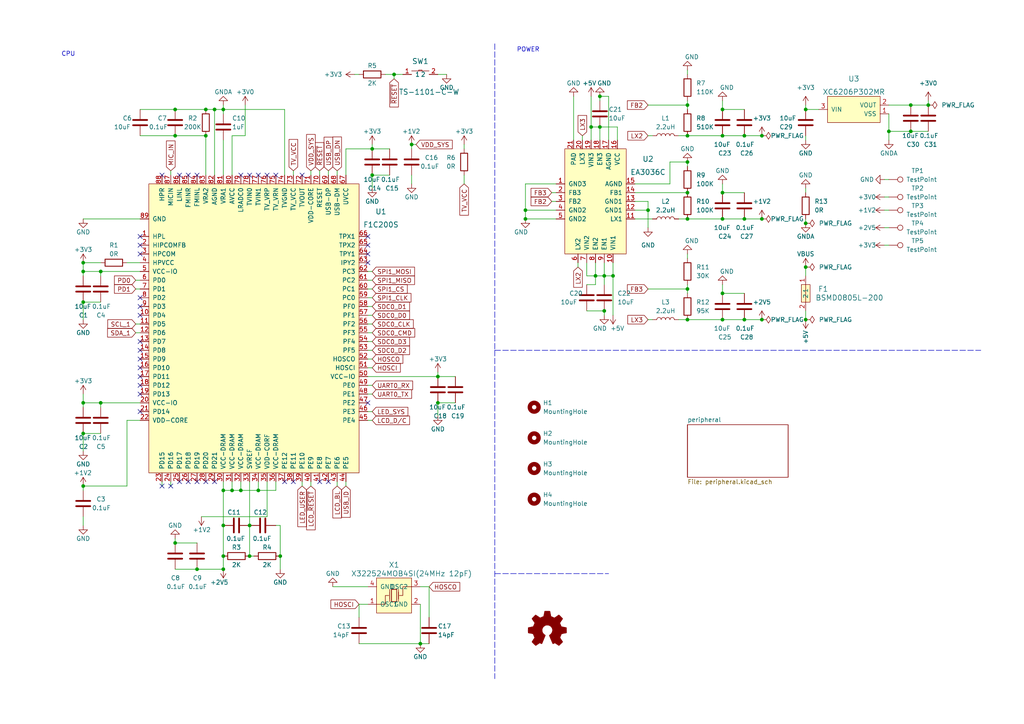
<source format=kicad_sch>
(kicad_sch (version 20211123) (generator eeschema)
  (paper "A4")
  (junction (at 233.68 77.47))
  (junction (at 152.4 63.5))
  (junction (at 199.39 55.88))
  (junction (at 233.68 92.71))
  (junction (at 187.96 60.96))
  (junction (at 24.13 140.97))
  (junction (at 24.13 125.73))
  (junction (at 24.13 87.63))
  (junction (at 127 116.84))
  (junction (at 64.77 31.75))
  (junction (at 209.55 39.37))
  (junction (at 69.85 142.24))
  (junction (at 64.77 165.1))
  (junction (at 175.26 90.17))
  (junction (at 57.15 165.1))
  (junction (at 72.39 152.4))
  (junction (at 29.21 116.84))
  (junction (at 215.9 92.71))
  (junction (at 215.9 39.37))
  (junction (at 215.9 63.5))
  (junction (at 64.77 161.29))
  (junction (at 173.99 27.94))
  (junction (at 50.8 157.48))
  (junction (at 107.95 50.8))
  (junction (at 24.13 116.84))
  (junction (at 121.92 186.69))
  (junction (at 171.45 36.83))
  (junction (at 114.3 21.59))
  (junction (at 209.55 85.09))
  (junction (at 74.93 142.24))
  (junction (at 209.55 55.88))
  (junction (at 233.68 31.75))
  (junction (at 220.98 92.71))
  (junction (at 264.16 38.1))
  (junction (at 199.39 30.48))
  (junction (at 50.8 39.37))
  (junction (at 173.99 36.83))
  (junction (at 172.72 80.01))
  (junction (at 209.55 63.5))
  (junction (at 64.77 142.24))
  (junction (at 269.24 30.48))
  (junction (at 62.23 31.75))
  (junction (at 152.4 60.96))
  (junction (at 209.55 92.71))
  (junction (at 257.81 38.1))
  (junction (at 72.39 161.29))
  (junction (at 81.28 161.29))
  (junction (at 107.95 43.18))
  (junction (at 209.55 31.75))
  (junction (at 127 109.22))
  (junction (at 199.39 92.71))
  (junction (at 264.16 30.48))
  (junction (at 199.39 83.82))
  (junction (at 67.31 142.24))
  (junction (at 199.39 39.37))
  (junction (at 220.98 39.37))
  (junction (at 24.13 78.74))
  (junction (at 24.13 76.2))
  (junction (at 220.98 63.5))
  (junction (at 175.26 80.01))
  (junction (at 50.8 31.75))
  (junction (at 177.8 80.01))
  (junction (at 64.77 152.4))
  (junction (at 59.69 39.37))
  (junction (at 199.39 63.5))
  (junction (at 59.69 31.75))
  (junction (at 233.68 64.77))
  (junction (at 119.38 41.91))
  (junction (at 199.39 46.99))
  (junction (at 29.21 78.74))
  (no_connect (at 46.99 50.8))
  (no_connect (at 40.64 68.58))
  (no_connect (at 52.07 50.8))
  (no_connect (at 54.61 50.8))
  (no_connect (at 57.15 50.8))
  (no_connect (at 40.64 71.12))
  (no_connect (at 40.64 73.66))
  (no_connect (at 80.01 50.8))
  (no_connect (at 72.39 50.8))
  (no_connect (at 74.93 50.8))
  (no_connect (at 77.47 50.8))
  (no_connect (at 69.85 50.8))
  (no_connect (at 106.68 116.84))
  (no_connect (at 49.53 140.97))
  (no_connect (at 46.99 140.97))
  (no_connect (at 57.15 139.7))
  (no_connect (at 54.61 139.7))
  (no_connect (at 52.07 139.7))
  (no_connect (at 62.23 139.7))
  (no_connect (at 59.69 139.7))
  (no_connect (at 106.68 76.2))
  (no_connect (at 106.68 73.66))
  (no_connect (at 106.68 71.12))
  (no_connect (at 106.68 68.58))
  (no_connect (at 40.64 99.06))
  (no_connect (at 40.64 86.36))
  (no_connect (at 40.64 88.9))
  (no_connect (at 40.64 91.44))
  (no_connect (at 40.64 114.3))
  (no_connect (at 40.64 119.38))
  (no_connect (at 40.64 101.6))
  (no_connect (at 40.64 104.14))
  (no_connect (at 40.64 106.68))
  (no_connect (at 40.64 109.22))
  (no_connect (at 40.64 111.76))
  (no_connect (at 85.09 139.7))
  (no_connect (at 82.55 139.7))
  (no_connect (at 87.63 50.8))
  (no_connect (at 92.71 139.7))
  (no_connect (at 95.25 139.7))
  (wire (pts (xy 199.39 30.48) (xy 199.39 31.75)))
  (wire (pts (xy 29.21 116.84) (xy 24.13 116.84)))
  (wire (pts (xy 171.45 27.94) (xy 171.45 36.83)))
  (wire (pts (xy 49.53 49.53) (xy 49.53 50.8)))
  (wire (pts (xy 166.37 27.94) (xy 166.37 40.64)))
  (wire (pts (xy 176.53 40.64) (xy 176.53 27.94)))
  (wire (pts (xy 199.39 46.99) (xy 199.39 48.26)))
  (wire (pts (xy 199.39 92.71) (xy 209.55 92.71)))
  (wire (pts (xy 134.62 41.91) (xy 134.62 43.18)))
  (wire (pts (xy 152.4 63.5) (xy 161.29 63.5)))
  (wire (pts (xy 62.23 31.75) (xy 64.77 31.75)))
  (wire (pts (xy 24.13 125.73) (xy 24.13 130.81)))
  (wire (pts (xy 167.64 76.2) (xy 167.64 77.47)))
  (wire (pts (xy 257.81 30.48) (xy 264.16 30.48)))
  (wire (pts (xy 69.85 142.24) (xy 67.31 142.24)))
  (wire (pts (xy 194.31 46.99) (xy 199.39 46.99)))
  (wire (pts (xy 114.3 21.59) (xy 116.84 21.59)))
  (wire (pts (xy 107.95 41.91) (xy 107.95 43.18)))
  (wire (pts (xy 100.33 139.7) (xy 100.33 140.97)))
  (wire (pts (xy 36.83 76.2) (xy 40.64 76.2)))
  (wire (pts (xy 106.68 83.82) (xy 107.95 83.82)))
  (wire (pts (xy 87.63 139.7) (xy 87.63 140.97)))
  (wire (pts (xy 209.55 55.88) (xy 215.9 55.88)))
  (wire (pts (xy 95.25 49.53) (xy 95.25 50.8)))
  (wire (pts (xy 39.37 83.82) (xy 40.64 83.82)))
  (wire (pts (xy 161.29 53.34) (xy 152.4 53.34)))
  (wire (pts (xy 119.38 50.8) (xy 119.38 53.34)))
  (wire (pts (xy 132.08 109.22) (xy 127 109.22)))
  (wire (pts (xy 233.68 30.48) (xy 233.68 31.75)))
  (wire (pts (xy 104.14 186.69) (xy 121.92 186.69)))
  (wire (pts (xy 64.77 142.24) (xy 64.77 152.4)))
  (wire (pts (xy 113.03 43.18) (xy 107.95 43.18)))
  (wire (pts (xy 106.68 119.38) (xy 107.95 119.38)))
  (wire (pts (xy 111.76 21.59) (xy 114.3 21.59)))
  (wire (pts (xy 59.69 39.37) (xy 59.69 50.8)))
  (wire (pts (xy 256.54 66.04) (xy 257.81 66.04)))
  (wire (pts (xy 40.64 121.92) (xy 36.83 121.92)))
  (wire (pts (xy 97.79 49.53) (xy 97.79 50.8)))
  (wire (pts (xy 209.55 85.09) (xy 215.9 85.09)))
  (wire (pts (xy 80.01 142.24) (xy 74.93 142.24)))
  (wire (pts (xy 82.55 31.75) (xy 82.55 50.8)))
  (wire (pts (xy 104.14 175.26) (xy 106.68 175.26)))
  (wire (pts (xy 81.28 152.4) (xy 81.28 161.29)))
  (wire (pts (xy 264.16 30.48) (xy 269.24 30.48)))
  (wire (pts (xy 24.13 116.84) (xy 24.13 114.3)))
  (wire (pts (xy 96.52 170.18) (xy 106.68 170.18)))
  (wire (pts (xy 256.54 60.96) (xy 257.81 60.96)))
  (wire (pts (xy 161.29 60.96) (xy 152.4 60.96)))
  (wire (pts (xy 269.24 29.21) (xy 269.24 30.48)))
  (wire (pts (xy 40.64 78.74) (xy 29.21 78.74)))
  (wire (pts (xy 176.53 27.94) (xy 173.99 27.94)))
  (wire (pts (xy 173.99 36.83) (xy 171.45 36.83)))
  (wire (pts (xy 46.99 139.7) (xy 46.99 140.97)))
  (wire (pts (xy 187.96 60.96) (xy 187.96 66.04)))
  (wire (pts (xy 50.8 156.21) (xy 50.8 157.48)))
  (wire (pts (xy 106.68 104.14) (xy 107.95 104.14)))
  (wire (pts (xy 67.31 39.37) (xy 67.31 50.8)))
  (wire (pts (xy 24.13 116.84) (xy 24.13 118.11)))
  (wire (pts (xy 170.18 76.2) (xy 170.18 80.01)))
  (wire (pts (xy 209.55 53.34) (xy 209.55 55.88)))
  (wire (pts (xy 121.92 186.69) (xy 124.46 186.69)))
  (wire (pts (xy 100.33 43.18) (xy 107.95 43.18)))
  (wire (pts (xy 64.77 152.4) (xy 64.77 161.29)))
  (wire (pts (xy 152.4 60.96) (xy 152.4 63.5)))
  (wire (pts (xy 24.13 78.74) (xy 24.13 76.2)))
  (wire (pts (xy 74.93 142.24) (xy 69.85 142.24)))
  (wire (pts (xy 160.02 58.42) (xy 161.29 58.42)))
  (wire (pts (xy 67.31 139.7) (xy 67.31 142.24)))
  (wire (pts (xy 175.26 80.01) (xy 177.8 80.01)))
  (wire (pts (xy 257.81 38.1) (xy 257.81 40.64)))
  (wire (pts (xy 194.31 53.34) (xy 194.31 46.99)))
  (wire (pts (xy 187.96 83.82) (xy 199.39 83.82)))
  (wire (pts (xy 175.26 91.44) (xy 175.26 90.17)))
  (wire (pts (xy 172.72 82.55) (xy 172.72 80.01)))
  (wire (pts (xy 172.72 76.2) (xy 172.72 80.01)))
  (wire (pts (xy 106.68 106.68) (xy 107.95 106.68)))
  (wire (pts (xy 24.13 125.73) (xy 29.21 125.73)))
  (wire (pts (xy 127 116.84) (xy 127 120.65)))
  (wire (pts (xy 57.15 165.1) (xy 64.77 165.1)))
  (wire (pts (xy 160.02 55.88) (xy 161.29 55.88)))
  (polyline (pts (xy 143.51 101.6) (xy 143.51 196.85)))
  (wire (pts (xy 233.68 90.17) (xy 233.68 92.71)))
  (wire (pts (xy 50.8 31.75) (xy 59.69 31.75)))
  (wire (pts (xy 172.72 80.01) (xy 175.26 80.01)))
  (wire (pts (xy 107.95 50.8) (xy 113.03 50.8)))
  (wire (pts (xy 85.09 49.53) (xy 85.09 50.8)))
  (wire (pts (xy 215.9 63.5) (xy 220.98 63.5)))
  (wire (pts (xy 124.46 170.18) (xy 124.46 179.07)))
  (wire (pts (xy 209.55 92.71) (xy 215.9 92.71)))
  (wire (pts (xy 209.55 31.75) (xy 215.9 31.75)))
  (wire (pts (xy 256.54 71.12) (xy 257.81 71.12)))
  (wire (pts (xy 50.8 157.48) (xy 57.15 157.48)))
  (wire (pts (xy 24.13 87.63) (xy 29.21 87.63)))
  (wire (pts (xy 39.37 81.28) (xy 40.64 81.28)))
  (wire (pts (xy 199.39 63.5) (xy 209.55 63.5)))
  (wire (pts (xy 69.85 139.7) (xy 69.85 142.24)))
  (wire (pts (xy 119.38 41.91) (xy 120.65 41.91)))
  (wire (pts (xy 80.01 152.4) (xy 81.28 152.4)))
  (wire (pts (xy 187.96 58.42) (xy 187.96 60.96)))
  (wire (pts (xy 175.26 82.55) (xy 175.26 80.01)))
  (wire (pts (xy 29.21 78.74) (xy 29.21 80.01)))
  (wire (pts (xy 196.85 92.71) (xy 199.39 92.71)))
  (wire (pts (xy 106.68 99.06) (xy 107.95 99.06)))
  (wire (pts (xy 50.8 39.37) (xy 59.69 39.37)))
  (wire (pts (xy 179.07 40.64) (xy 179.07 36.83)))
  (polyline (pts (xy 143.51 12.7) (xy 143.51 101.6)))
  (polyline (pts (xy 143.51 166.37) (xy 176.53 166.37)))
  (wire (pts (xy 39.37 93.98) (xy 40.64 93.98)))
  (wire (pts (xy 209.55 29.21) (xy 209.55 31.75)))
  (wire (pts (xy 107.95 88.9) (xy 106.68 88.9)))
  (wire (pts (xy 92.71 49.53) (xy 92.71 50.8)))
  (wire (pts (xy 24.13 76.2) (xy 29.21 76.2)))
  (wire (pts (xy 104.14 175.26) (xy 104.14 179.07)))
  (wire (pts (xy 184.15 53.34) (xy 194.31 53.34)))
  (wire (pts (xy 199.39 29.21) (xy 199.39 30.48)))
  (wire (pts (xy 187.96 92.71) (xy 189.23 92.71)))
  (wire (pts (xy 256.54 52.07) (xy 257.81 52.07)))
  (wire (pts (xy 106.68 114.3) (xy 107.95 114.3)))
  (wire (pts (xy 199.39 83.82) (xy 199.39 85.09)))
  (wire (pts (xy 74.93 139.7) (xy 74.93 142.24)))
  (wire (pts (xy 106.68 81.28) (xy 107.95 81.28)))
  (wire (pts (xy 209.55 63.5) (xy 215.9 63.5)))
  (wire (pts (xy 177.8 91.44) (xy 177.8 80.01)))
  (wire (pts (xy 24.13 149.86) (xy 24.13 152.4)))
  (wire (pts (xy 24.13 78.74) (xy 24.13 80.01)))
  (wire (pts (xy 39.37 96.52) (xy 40.64 96.52)))
  (wire (pts (xy 199.39 20.32) (xy 199.39 21.59)))
  (wire (pts (xy 184.15 60.96) (xy 187.96 60.96)))
  (wire (pts (xy 36.83 140.97) (xy 24.13 140.97)))
  (wire (pts (xy 184.15 55.88) (xy 199.39 55.88)))
  (wire (pts (xy 24.13 87.63) (xy 24.13 92.71)))
  (wire (pts (xy 106.68 111.76) (xy 107.95 111.76)))
  (wire (pts (xy 209.55 82.55) (xy 209.55 85.09)))
  (wire (pts (xy 127 21.59) (xy 129.54 21.59)))
  (wire (pts (xy 106.68 86.36) (xy 107.95 86.36)))
  (wire (pts (xy 67.31 142.24) (xy 64.77 142.24)))
  (wire (pts (xy 106.68 121.92) (xy 107.95 121.92)))
  (wire (pts (xy 100.33 50.8) (xy 100.33 43.18)))
  (wire (pts (xy 215.9 39.37) (xy 220.98 39.37)))
  (wire (pts (xy 49.53 139.7) (xy 49.53 140.97)))
  (wire (pts (xy 106.68 91.44) (xy 107.95 91.44)))
  (wire (pts (xy 171.45 36.83) (xy 171.45 40.64)))
  (wire (pts (xy 264.16 38.1) (xy 269.24 38.1)))
  (wire (pts (xy 184.15 63.5) (xy 189.23 63.5)))
  (wire (pts (xy 77.47 139.7) (xy 77.47 149.86)))
  (wire (pts (xy 175.26 76.2) (xy 175.26 80.01)))
  (wire (pts (xy 199.39 39.37) (xy 209.55 39.37)))
  (wire (pts (xy 152.4 53.34) (xy 152.4 60.96)))
  (wire (pts (xy 233.68 31.75) (xy 237.49 31.75)))
  (wire (pts (xy 24.13 140.97) (xy 24.13 142.24)))
  (wire (pts (xy 173.99 40.64) (xy 173.99 36.83)))
  (wire (pts (xy 81.28 161.29) (xy 81.28 165.1)))
  (wire (pts (xy 134.62 50.8) (xy 134.62 53.34)))
  (wire (pts (xy 82.55 31.75) (xy 64.77 31.75)))
  (wire (pts (xy 170.18 90.17) (xy 175.26 90.17)))
  (wire (pts (xy 168.91 39.37) (xy 168.91 40.64)))
  (wire (pts (xy 173.99 27.94) (xy 173.99 29.21)))
  (wire (pts (xy 196.85 39.37) (xy 199.39 39.37)))
  (wire (pts (xy 29.21 116.84) (xy 40.64 116.84)))
  (wire (pts (xy 199.39 82.55) (xy 199.39 83.82)))
  (wire (pts (xy 127 107.95) (xy 127 109.22)))
  (wire (pts (xy 184.15 58.42) (xy 187.96 58.42)))
  (polyline (pts (xy 143.51 101.6) (xy 284.48 101.6)))
  (wire (pts (xy 90.17 49.53) (xy 90.17 50.8)))
  (wire (pts (xy 97.79 139.7) (xy 97.79 140.97)))
  (wire (pts (xy 233.68 39.37) (xy 233.68 40.64)))
  (wire (pts (xy 77.47 149.86) (xy 58.42 149.86)))
  (wire (pts (xy 170.18 80.01) (xy 172.72 80.01)))
  (wire (pts (xy 177.8 76.2) (xy 177.8 80.01)))
  (wire (pts (xy 233.68 63.5) (xy 233.68 64.77)))
  (wire (pts (xy 106.68 96.52) (xy 107.95 96.52)))
  (wire (pts (xy 121.92 170.18) (xy 124.46 170.18)))
  (wire (pts (xy 187.96 39.37) (xy 189.23 39.37)))
  (wire (pts (xy 40.64 39.37) (xy 50.8 39.37)))
  (wire (pts (xy 29.21 78.74) (xy 24.13 78.74)))
  (wire (pts (xy 50.8 165.1) (xy 57.15 165.1)))
  (wire (pts (xy 170.18 82.55) (xy 172.72 82.55)))
  (wire (pts (xy 179.07 36.83) (xy 173.99 36.83)))
  (wire (pts (xy 215.9 92.71) (xy 220.98 92.71)))
  (wire (pts (xy 119.38 41.91) (xy 119.38 43.18)))
  (wire (pts (xy 64.77 161.29) (xy 64.77 165.1)))
  (wire (pts (xy 64.77 30.48) (xy 64.77 31.75)))
  (wire (pts (xy 233.68 54.61) (xy 233.68 55.88)))
  (wire (pts (xy 71.12 39.37) (xy 67.31 39.37)))
  (wire (pts (xy 64.77 139.7) (xy 64.77 142.24)))
  (wire (pts (xy 106.68 93.98) (xy 107.95 93.98)))
  (wire (pts (xy 233.68 77.47) (xy 233.68 80.01)))
  (wire (pts (xy 90.17 139.7) (xy 90.17 140.97)))
  (wire (pts (xy 72.39 139.7) (xy 72.39 152.4)))
  (wire (pts (xy 256.54 57.15) (xy 257.81 57.15)))
  (wire (pts (xy 106.68 109.22) (xy 127 109.22)))
  (wire (pts (xy 106.68 101.6) (xy 107.95 101.6)))
  (wire (pts (xy 40.64 31.75) (xy 50.8 31.75)))
  (wire (pts (xy 107.95 50.8) (xy 107.95 54.61)))
  (wire (pts (xy 29.21 116.84) (xy 29.21 118.11)))
  (wire (pts (xy 121.92 175.26) (xy 121.92 186.69)))
  (wire (pts (xy 80.01 139.7) (xy 80.01 142.24)))
  (wire (pts (xy 257.81 38.1) (xy 264.16 38.1)))
  (wire (pts (xy 196.85 63.5) (xy 199.39 63.5)))
  (wire (pts (xy 72.39 161.29) (xy 73.66 161.29)))
  (wire (pts (xy 199.39 73.66) (xy 199.39 74.93)))
  (wire (pts (xy 62.23 31.75) (xy 62.23 50.8)))
  (wire (pts (xy 102.87 21.59) (xy 104.14 21.59)))
  (wire (pts (xy 24.13 63.5) (xy 40.64 63.5)))
  (wire (pts (xy 64.77 40.64) (xy 64.77 50.8)))
  (wire (pts (xy 187.96 30.48) (xy 199.39 30.48)))
  (wire (pts (xy 59.69 31.75) (xy 62.23 31.75)))
  (wire (pts (xy 64.77 31.75) (xy 64.77 33.02)))
  (wire (pts (xy 127 116.84) (xy 132.08 116.84)))
  (wire (pts (xy 72.39 152.4) (xy 72.39 161.29)))
  (wire (pts (xy 114.3 21.59) (xy 114.3 22.86)))
  (wire (pts (xy 36.83 121.92) (xy 36.83 140.97)))
  (wire (pts (xy 71.12 30.48) (xy 71.12 39.37)))
  (wire (pts (xy 106.68 78.74) (xy 107.95 78.74)))
  (wire (pts (xy 209.55 39.37) (xy 215.9 39.37)))
  (wire (pts (xy 257.81 33.02) (xy 257.81 38.1)))
  (text "POWER" (at 149.86 15.24 0) (effects (font (size 1.27 1.27)) (justify left bottom)))
  (text "CPU" (at 17.78 16.51 0) (effects (font (size 1.27 1.27)) (justify left bottom)))
  (global_label "FB3" (shape input) (at 187.96 83.82 180) (property "Intersheet References" "${INTERSHEET_REFS}" (effects hide)))
  (global_label "UART0_TX" (shape input) (at 107.95 114.3 0) (property "Intersheet References" "${INTERSHEET_REFS}" (effects hide)))
  (global_label "SDC0_D3" (shape input) (at 107.95 99.06 0) (property "Intersheet References" "${INTERSHEET_REFS}" (effects hide)))
  (global_label "LX3" (shape input) (at 168.91 39.37 90) (property "Intersheet References" "${INTERSHEET_REFS}" (effects hide)))
  (global_label "PD0" (shape input) (at 39.37 81.28 180) (property "Intersheet References" "${INTERSHEET_REFS}" (effects hide)))
  (global_label "LCD_BL" (shape input) (at 97.79 140.97 270) (property "Intersheet References" "${INTERSHEET_REFS}" (effects hide)))
  (global_label "LX2" (shape input) (at 187.96 39.37 180) (property "Intersheet References" "${INTERSHEET_REFS}" (effects hide)))
  (global_label "TV_VCC" (shape input) (at 85.09 49.53 90) (property "插入图纸页参考" "${INTERSHEET_REFS}" (effects hide)))
  (global_label "FB3" (shape input) (at 160.02 55.88 180) (property "Intersheet References" "${INTERSHEET_REFS}" (effects hide)))
  (global_label "SPI1_MOSI" (shape input) (at 107.95 78.74 0) (property "Intersheet References" "${INTERSHEET_REFS}" (effects hide)))
  (global_label "SDC0_D0" (shape input) (at 107.95 91.44 0) (property "Intersheet References" "${INTERSHEET_REFS}" (effects hide)))
  (global_label "USB_ID" (shape input) (at 100.33 140.97 270) (property "插入图纸页参考" "${INTERSHEET_REFS}" (effects hide)))
  (global_label "USB_DN" (shape input) (at 97.79 49.53 90) (property "Intersheet References" "${INTERSHEET_REFS}" (effects hide)))
  (global_label "SPI1_CS" (shape input) (at 107.95 83.82 0) (property "Intersheet References" "${INTERSHEET_REFS}" (effects hide)))
  (global_label "FB2" (shape input) (at 187.96 30.48 180) (property "Intersheet References" "${INTERSHEET_REFS}" (effects hide)))
  (global_label "SDC0_CLK" (shape input) (at 107.95 93.98 0) (property "Intersheet References" "${INTERSHEET_REFS}" (effects hide)))
  (global_label "USB_DP" (shape input) (at 95.25 49.53 90) (property "Intersheet References" "${INTERSHEET_REFS}" (effects hide)))
  (global_label "HOSCO" (shape input) (at 107.95 104.14 0) (property "Intersheet References" "${INTERSHEET_REFS}" (effects hide)))
  (global_label "SDC0_D1" (shape input) (at 107.95 88.9 0) (property "Intersheet References" "${INTERSHEET_REFS}" (effects hide)))
  (global_label "LCD_~{RESET}" (shape input) (at 90.17 140.97 270) (property "Intersheet References" "${INTERSHEET_REFS}" (effects hide)))
  (global_label "VDD_SYS" (shape input) (at 90.17 49.53 90) (property "插入图纸页参考" "${INTERSHEET_REFS}" (effects hide)))
  (global_label "SPI1_MISO" (shape input) (at 107.95 81.28 0) (property "Intersheet References" "${INTERSHEET_REFS}" (effects hide)))
  (global_label "SCL_1" (shape input) (at 39.37 93.98 180) (property "Intersheet References" "${INTERSHEET_REFS}" (effects hide)))
  (global_label "LX3" (shape input) (at 187.96 92.71 180) (property "Intersheet References" "${INTERSHEET_REFS}" (effects hide)))
  (global_label "FB2" (shape input) (at 160.02 58.42 180) (property "Intersheet References" "${INTERSHEET_REFS}" (effects hide)))
  (global_label "VDD_SYS" (shape input) (at 120.65 41.91 0) (property "Intersheet References" "${INTERSHEET_REFS}" (effects hide)))
  (global_label "UART0_RX" (shape input) (at 107.95 111.76 0) (property "Intersheet References" "${INTERSHEET_REFS}" (effects hide)))
  (global_label "SDA_1" (shape input) (at 39.37 96.52 180) (property "Intersheet References" "${INTERSHEET_REFS}" (effects hide)))
  (global_label "HOSCI" (shape input) (at 107.95 106.68 0) (property "插入图纸页参考" "${INTERSHEET_REFS}" (effects hide)))
  (global_label "SDC0_CMD" (shape input) (at 107.95 96.52 0) (property "Intersheet References" "${INTERSHEET_REFS}" (effects hide)))
  (global_label "SPI1_CLK" (shape input) (at 107.95 86.36 0) (property "Intersheet References" "${INTERSHEET_REFS}" (effects hide)))
  (global_label "LED_SYS" (shape input) (at 107.95 119.38 0) (property "插入图纸页参考" "${INTERSHEET_REFS}" (effects hide)))
  (global_label "~{RESET}" (shape input) (at 114.3 22.86 270) (property "Intersheet References" "${INTERSHEET_REFS}" (effects hide)))
  (global_label "~{RESET}" (shape input) (at 92.71 49.53 90) (property "Intersheet References" "${INTERSHEET_REFS}" (effects hide)))
  (global_label "HOSCO" (shape input) (at 124.46 170.18 0) (property "Intersheet References" "${INTERSHEET_REFS}" (effects hide)))
  (global_label "TV_VCC" (shape input) (at 134.62 53.34 270) (property "Intersheet References" "${INTERSHEET_REFS}" (effects hide)))
  (global_label "LED_USER" (shape input) (at 87.63 140.97 270) (property "Intersheet References" "${INTERSHEET_REFS}" (effects hide)))
  (global_label "LCD_D{slash}C" (shape input) (at 107.95 121.92 0) (property "Intersheet References" "${INTERSHEET_REFS}" (effects hide)))
  (global_label "HOSCI" (shape input) (at 104.14 175.26 180) (property "Intersheet References" "${INTERSHEET_REFS}" (effects hide)))
  (global_label "PD1" (shape input) (at 39.37 83.82 180) (property "Intersheet References" "${INTERSHEET_REFS}" (effects hide)))
  (global_label "MIC_IN" (shape input) (at 49.53 49.53 90) (property "Intersheet References" "${INTERSHEET_REFS}" (effects hide)))
  (global_label "SDC0_D2" (shape input) (at 107.95 101.6 0) (property "Intersheet References" "${INTERSHEET_REFS}" (effects hide)))
  (global_label "LX2" (shape input) (at 167.64 77.47 270) (property "Intersheet References" "${INTERSHEET_REFS}" (effects hide)))
  (symbol (lib_id "power:GND") (at 199.39 73.66 180) (unit 1)
    (property "Reference" "#PWR034" (effects hide))
    (property "Value" "GND" (at 200.66 69.85 0))
  )
  (symbol (lib_id "Device:L") (at 193.04 63.5 90) (unit 1)
    (property "Reference" "L2" (at 193.04 58.42 90))
    (property "Value" "2.2uH" (at 193.04 60.96 90))
    (property "Footprint" "easyeda2kicad:L0603" (effects hide))
    (property "LCSC Part" "C394950" (effects hide))
  )
  (symbol (lib_id "power:+1V2") (at 119.38 41.91 0) (unit 1)
    (property "Reference" "#PWR018" (effects hide))
    (property "Value" "+1V2" (at 121.92 38.1 0) (effects (justify right)))
  )
  (symbol (lib_id "power:+1V2") (at 24.13 140.97 0) (unit 1)
    (property "Reference" "#PWR06" (effects hide))
    (property "Value" "+1V2" (at 26.67 137.16 0) (effects (justify right)))
  )
  (symbol (lib_id "power:GND") (at 256.54 52.07 270) (unit 1)
    (property "Reference" "#PWR047" (effects hide))
    (property "Value" "GND" (at 251.46 52.07 90))
  )
  (symbol (lib_id "power:GND") (at 24.13 92.71 0) (unit 1)
    (property "Reference" "#PWR03" (effects hide))
    (property "Value" "GND" (at 24.13 96.52 0))
  )
  (symbol (lib_id "power:+3V0") (at 71.12 30.48 0) (unit 1)
    (property "Reference" "#PWR012" (effects hide))
    (property "Value" "+3V0" (at 71.12 26.67 0))
  )
  (symbol (lib_id "Device:C") (at 264.16 34.29 0) (unit 1)
    (property "Reference" "C30" (at 262.89 41.91 0) (effects (justify left)))
    (property "Value" "10uF" (at 261.62 39.37 0) (effects (justify left)))
    (property "Footprint" "Capacitor_SMD:C_0402_1005Metric_Pad0.74x0.62mm_HandSolder" (effects hide))
    (property "LCSC Part" "C15525" (effects hide))
  )
  (symbol (lib_id "power:GND") (at 121.92 186.69 0) (unit 1)
    (property "Reference" "#PWR020" (effects hide))
    (property "Value" "GND" (at 121.92 190.5 0))
  )
  (symbol (lib_id "power:PWR_FLAG") (at 233.68 92.71 270) (unit 1)
    (property "Reference" "#FLG0104" (effects hide))
    (property "Value" "PWR_FLAG" (at 237.49 92.7099 90) (effects (justify left)))
  )
  (symbol (lib_id "power:+2V5") (at 220.98 92.71 0) (unit 1)
    (property "Reference" "#PWR040" (effects hide))
    (property "Value" "+2V5" (at 220.98 87.63 0))
  )
  (symbol (lib_id "Device:C") (at 29.21 121.92 0) (unit 1)
    (property "Reference" "C5" (at 27.94 129.54 0) (effects (justify left)))
    (property "Value" "0.1uF" (at 26.67 127 0) (effects (justify left)))
    (property "Footprint" "Capacitor_SMD:C_0402_1005Metric_Pad0.74x0.62mm_HandSolder" (effects hide))
    (property "LCSC Part" "C60474" (effects hide))
  )
  (symbol (lib_id "Device:C") (at 68.58 152.4 90) (unit 1)
    (property "Reference" "C11" (at 69.85 148.59 90) (effects (justify left)))
    (property "Value" "0.1uF" (at 71.12 156.21 90) (effects (justify left)))
    (property "Footprint" "Capacitor_SMD:C_0402_1005Metric_Pad0.74x0.62mm_HandSolder" (effects hide))
    (property "LCSC Part" "C60474" (effects hide))
  )
  (symbol (lib_id "Device:C") (at 113.03 46.99 0) (unit 1)
    (property "Reference" "C15" (at 111.76 54.61 0) (effects (justify left)))
    (property "Value" "0.1uF" (at 110.49 52.07 0) (effects (justify left)))
    (property "Footprint" "Capacitor_SMD:C_0402_1005Metric_Pad0.74x0.62mm_HandSolder" (effects hide))
    (property "LCSC Part" "C60474" (effects hide))
  )
  (symbol (lib_id "power:+1V2") (at 58.42 149.86 180) (unit 1)
    (property "Reference" "#PWR09" (effects hide))
    (property "Value" "+1V2" (at 55.88 153.67 0) (effects (justify right)))
  )
  (symbol (lib_id "Mechanical:MountingHole") (at 154.94 144.78 0) (unit 1)
    (property "Reference" "H4" (at 157.48 143.5099 0) (effects (justify left)))
    (property "Value" "MountingHole" (at 157.48 146.0499 0) (effects (justify left)))
    (property "Footprint" "MountingHole:MountingHole_2.7mm_M2.5" (effects hide))
  )
  (symbol (lib_id "power:+3.3V") (at 107.95 41.91 0) (unit 1)
    (property "Reference" "#PWR016" (effects hide))
    (property "Value" "+3.3V" (at 107.95 38.1 0))
  )
  (symbol (lib_id "power:GND") (at 209.55 53.34 180) (unit 1)
    (property "Reference" "#PWR036" (effects hide))
    (property "Value" "GND" (at 209.55 49.53 0))
  )
  (symbol (lib_id "Device:C") (at 119.38 46.99 0) (unit 1)
    (property "Reference" "C16" (at 123.19 45.72 0) (effects (justify left)))
    (property "Value" "0.1uF" (at 121.92 48.26 0) (effects (justify left)))
    (property "Footprint" "Capacitor_SMD:C_0402_1005Metric_Pad0.74x0.62mm_HandSolder" (effects hide))
    (property "LCSC Part" "C60474" (effects hide))
  )
  (symbol (lib_id "Device:L") (at 193.04 92.71 90) (unit 1)
    (property "Reference" "L3" (at 193.04 87.63 90))
    (property "Value" "2.2uH" (at 193.04 90.17 90))
    (property "Footprint" "easyeda2kicad:L0603" (effects hide))
    (property "LCSC Part" "C394950" (effects hide))
  )
  (symbol (lib_id "Device:C") (at 215.9 88.9 0) (unit 1)
    (property "Reference" "C28" (at 214.63 97.79 0) (effects (justify left)))
    (property "Value" "0.1uF" (at 213.36 95.25 0) (effects (justify left)))
    (property "Footprint" "Capacitor_SMD:C_0402_1005Metric_Pad0.74x0.62mm_HandSolder" (effects hide))
    (property "LCSC Part" "C60474" (effects hide))
  )
  (symbol (lib_id "power:GND") (at 175.26 91.44 0) (unit 1)
    (property "Reference" "#PWR029" (effects hide))
    (property "Value" "GND" (at 173.99 95.25 0))
  )
  (symbol (lib_id "Device:R") (at 199.39 52.07 0) (unit 1)
    (property "Reference" "R9" (at 201.93 50.7999 0) (effects (justify left)))
    (property "Value" "100K" (at 201.93 53.3399 0) (effects (justify left)))
    (property "Footprint" "Resistor_SMD:R_0402_1005Metric_Pad0.72x0.64mm_HandSolder" (effects hide))
    (property "LCSC Part" "C60491" (effects hide))
  )
  (symbol (lib_id "power:PWR_FLAG") (at 233.68 77.47 270) (unit 1)
    (property "Reference" "#FLG0101" (effects hide))
    (property "Value" "PWR_FLAG" (at 237.49 77.4699 90) (effects (justify left)))
  )
  (symbol (lib_id "power:+1V2") (at 220.98 63.5 0) (unit 1)
    (property "Reference" "#PWR039" (effects hide))
    (property "Value" "+1V2" (at 220.98 58.42 0))
  )
  (symbol (lib_id "Connector:TestPoint") (at 257.81 57.15 270) (unit 1)
    (property "Reference" "TP2" (at 267.97 54.61 90) (effects (justify right)))
    (property "Value" "TestPoint" (at 271.78 57.15 90) (effects (justify right)))
    (property "Footprint" "TestPoint:TestPoint_Pad_D1.0mm" (effects hide))
  )
  (symbol (lib_id "Device:C") (at 24.13 83.82 0) (unit 1)
    (property "Reference" "C1" (at 22.86 91.44 0) (effects (justify left)))
    (property "Value" "10uF" (at 21.59 88.9 0) (effects (justify left)))
    (property "Footprint" "Capacitor_SMD:C_0402_1005Metric_Pad0.74x0.62mm_HandSolder" (effects hide))
    (property "LCSC Part" "C15525" (effects hide))
  )
  (symbol (lib_id "power:+3.3V") (at 256.54 71.12 90) (unit 1)
    (property "Reference" "#PWR051" (effects hide))
    (property "Value" "+3.3V" (at 251.46 71.12 90))
  )
  (symbol (lib_id "power:+3.3V") (at 220.98 39.37 0) (unit 1)
    (property "Reference" "#PWR038" (effects hide))
    (property "Value" "+3.3V" (at 220.98 34.29 0))
  )
  (symbol (lib_id "power:GND") (at 209.55 29.21 180) (unit 1)
    (property "Reference" "#PWR035" (effects hide))
    (property "Value" "GND" (at 210.82 25.4 0))
  )
  (symbol (lib_id "power:PWR_FLAG") (at 220.98 92.71 270) (unit 1)
    (property "Reference" "#FLG03" (effects hide))
    (property "Value" "PWR_FLAG" (at 223.52 92.71 90) (effects (justify left)))
  )
  (symbol (lib_id "Device:R") (at 59.69 35.56 180) (unit 1)
    (property "Reference" "R2" (at 55.88 34.29 0))
    (property "Value" "200K" (at 55.88 36.83 0))
    (property "Footprint" "Resistor_SMD:R_0402_1005Metric_Pad0.72x0.64mm_HandSolder" (effects hide))
    (property "LCSC Part" "C114763" (effects hide))
  )
  (symbol (lib_id "Mechanical:MountingHole") (at 154.94 127 0) (unit 1)
    (property "Reference" "H2" (at 157.48 125.7299 0) (effects (justify left)))
    (property "Value" "MountingHole" (at 157.48 128.2699 0) (effects (justify left)))
    (property "Footprint" "MountingHole:MountingHole_2.7mm_M2.5" (effects hide))
  )
  (symbol (lib_id "power:GNDA") (at 64.77 30.48 180) (unit 1)
    (property "Reference" "#PWR010" (effects hide))
    (property "Value" "GNDA" (at 64.77 26.67 0))
  )
  (symbol (lib_id "Device:C") (at 40.64 35.56 0) (unit 1)
    (property "Reference" "C6" (at 35.56 34.29 0) (effects (justify left)))
    (property "Value" "10uF" (at 33.02 36.83 0) (effects (justify left)))
    (property "Footprint" "Capacitor_SMD:C_0402_1005Metric_Pad0.74x0.62mm_HandSolder" (effects hide))
    (property "LCSC Part" "C15525" (effects hide))
  )
  (symbol (lib_id "power:GND") (at 127 120.65 0) (unit 1)
    (property "Reference" "#PWR022" (effects hide))
    (property "Value" "GND" (at 127 124.46 0))
  )
  (symbol (lib_id "power:GND") (at 199.39 46.99 180) (unit 1)
    (property "Reference" "#PWR033" (effects hide))
    (property "Value" "GND" (at 199.39 43.18 0))
  )
  (symbol (lib_id "easyeda2kicad:BSMD0805L-200") (at 233.68 85.09 270) (unit 1)
    (property "Reference" "F1" (at 238.76 83.82 90) (effects (font (size 1.524 1.524))))
    (property "Value" "BSMD0805L-200" (at 246.38 86.36 90) (effects (font (size 1.524 1.524))))
    (property "Footprint" "easyeda2kicad:F0805" (effects hide))
    (property "Manufacturer" "BHFUSE(佰宏)" (effects hide))
    (property "LCSC Part" "C2757931" (effects hide))
    (property "JLC Part" "Extended Part" (effects hide))
  )
  (symbol (lib_id "easyeda2kicad:XC6206P302MR_C2904833") (at 247.65 31.75 180) (unit 1)
    (property "Reference" "U3" (at 247.65 22.86 0) (effects (font (size 1.524 1.524))))
    (property "Value" "XC6206P302MR" (at 247.65 26.67 0) (effects (font (size 1.524 1.524))))
    (property "Footprint" "easyeda2kicad:SOT-23-3L_L2.9-W1.6-P1.90-LS2.8-BL" (effects hide))
    (property "Manufacturer" "YONGYUTAI(永裕泰)" (effects hide))
    (property "LCSC Part" "C2904833" (effects hide))
  )
  (symbol (lib_id "Connector:TestPoint") (at 257.81 52.07 270) (unit 1)
    (property "Reference" "TP1" (at 267.97 49.53 90) (effects (justify right)))
    (property "Value" "TestPoint" (at 271.78 52.07 90) (effects (justify right)))
    (property "Footprint" "TestPoint:TestPoint_Pad_D1.0mm" (effects hide))
  )
  (symbol (lib_id "power:GND") (at 152.4 63.5 0) (unit 1)
    (property "Reference" "#PWR025" (effects hide))
    (property "Value" "GND" (at 151.13 67.31 0))
  )
  (symbol (lib_id "Device:R") (at 199.39 59.69 0) (unit 1)
    (property "Reference" "R10" (at 201.93 58.4199 0) (effects (justify left)))
    (property "Value" "100K" (at 201.93 60.9599 0) (effects (justify left)))
    (property "Footprint" "Resistor_SMD:R_0402_1005Metric_Pad0.72x0.64mm_HandSolder" (effects hide))
    (property "LCSC Part" "C60491" (effects hide))
  )
  (symbol (lib_id "Device:C") (at 50.8 161.29 0) (unit 1)
    (property "Reference" "C8" (at 49.53 167.64 0) (effects (justify left)))
    (property "Value" "0.1uF" (at 48.26 170.18 0) (effects (justify left)))
    (property "Footprint" "Capacitor_SMD:C_0402_1005Metric_Pad0.74x0.62mm_HandSolder" (effects hide))
    (property "LCSC Part" "C60474" (effects hide))
  )
  (symbol (lib_id "power:+3.3V") (at 233.68 30.48 0) (unit 1)
    (property "Reference" "#PWR041" (effects hide))
    (property "Value" "+3.3V" (at 233.68 25.4 0))
  )
  (symbol (lib_id "Device:R") (at 199.39 78.74 0) (unit 1)
    (property "Reference" "R11" (at 201.93 77.4699 0) (effects (justify left)))
    (property "Value" "30K" (at 201.93 80.0099 0) (effects (justify left)))
    (property "Footprint" "Resistor_SMD:R_0402_1005Metric_Pad0.72x0.64mm_HandSolder" (effects hide))
    (property "LCSC Part" "C138008" (effects hide))
  )
  (symbol (lib_id "power:+1V2") (at 256.54 60.96 90) (unit 1)
    (property "Reference" "#PWR049" (effects hide))
    (property "Value" "+1V2" (at 251.46 60.96 90))
  )
  (symbol (lib_id "power:PWR_FLAG") (at 220.98 39.37 270) (unit 1)
    (property "Reference" "#FLG01" (effects hide))
    (property "Value" "PWR_FLAG" (at 223.52 39.37 90) (effects (justify left)))
  )
  (symbol (lib_id "Device:C") (at 107.95 46.99 0) (unit 1)
    (property "Reference" "C14" (at 106.68 54.61 0) (effects (justify left)))
    (property "Value" "10uF" (at 105.41 52.07 0) (effects (justify left)))
    (property "Footprint" "Capacitor_SMD:C_0402_1005Metric_Pad0.74x0.62mm_HandSolder" (effects hide))
    (property "LCSC Part" "C15525" (effects hide))
  )
  (symbol (lib_id "power:GNDA") (at 257.81 40.64 0) (unit 1)
    (property "Reference" "#PWR053" (effects hide))
    (property "Value" "GNDA" (at 257.81 44.45 0))
  )
  (symbol (lib_id "power:+3.3V") (at 134.62 41.91 0) (unit 1)
    (property "Reference" "#PWR024" (effects hide))
    (property "Value" "+3.3V" (at 134.62 38.1 0))
  )
  (symbol (lib_id "power:+2V5") (at 256.54 66.04 90) (unit 1)
    (property "Reference" "#PWR050" (effects hide))
    (property "Value" "+2V5" (at 251.46 66.04 90))
  )
  (symbol (lib_id "Device:C") (at 64.77 36.83 0) (unit 1)
    (property "Reference" "C10" (at 67.31 34.29 0) (effects (justify left)))
    (property "Value" "1uF" (at 67.31 36.83 0) (effects (justify left)))
    (property "Footprint" "Capacitor_SMD:C_0402_1005Metric_Pad0.74x0.62mm_HandSolder" (effects hide))
    (property "LCSC Part" "C107372" (effects hide))
  )
  (symbol (lib_id "Device:R") (at 199.39 25.4 0) (unit 1)
    (property "Reference" "R7" (at 201.93 24.1299 0) (effects (justify left)))
    (property "Value" "110K" (at 201.93 26.6699 0) (effects (justify left)))
    (property "Footprint" "Resistor_SMD:R_0402_1005Metric_Pad0.72x0.64mm_HandSolder" (effects hide))
    (property "LCSC Part" "C138065" (effects hide))
  )
  (symbol (lib_id "Mechanical:MountingHole") (at 154.94 135.89 0) (unit 1)
    (property "Reference" "H3" (at 157.48 134.6199 0) (effects (justify left)))
    (property "Value" "MountingHole" (at 157.48 137.1599 0) (effects (justify left)))
    (property "Footprint" "MountingHole:MountingHole_2.7mm_M2.5" (effects hide))
  )
  (symbol (lib_id "power:GND") (at 50.8 156.21 180) (unit 1)
    (property "Reference" "#PWR08" (effects hide))
    (property "Value" "GND" (at 50.8 152.4 0))
  )
  (symbol (lib_id "Device:C") (at 233.68 35.56 0) (unit 1)
    (property "Reference" "C29" (at 226.06 36.83 0) (effects (justify left)))
    (property "Value" "10uF" (at 226.06 34.29 0) (effects (justify left)))
    (property "Footprint" "Capacitor_SMD:C_0402_1005Metric_Pad0.74x0.62mm_HandSolder" (effects hide))
    (property "LCSC Part" "C15525" (effects hide))
  )
  (symbol (lib_id "easyeda2kicad:X322524MOB4SI") (at 114.3 172.72 0) (unit 1)
    (property "Reference" "X1" (at 114.3 163.83 0) (effects (font (size 1.524 1.524))))
    (property "Value" "X322524MOB4SI(24MHz 12pF)" (at 119.38 166.37 0) (effects (font (size 1.524 1.524))))
    (property "Footprint" "easyeda2kicad:CRYSTAL-SMD_4P-L3.2-W2.5-BL" (effects hide))
    (property "Datasheet" "https://lcsc.com/product-detail/SMD-Crystals_YSX321SL-24MHZ-12PF-10PPM-40-85_C70590.html" (effects hide))
    (property "Manufacturer" "YXC" (effects hide))
    (property "LCSC Part" "C70590" (effects hide))
    (property "JLC Part" "Extended Part" (effects hide))
  )
  (symbol (lib_id "Device:C") (at 50.8 35.56 0) (unit 1)
    (property "Reference" "C7" (at 45.72 34.29 0) (effects (justify left)))
    (property "Value" "0.1uF" (at 43.18 36.83 0) (effects (justify left)))
    (property "Footprint" "Capacitor_SMD:C_0402_1005Metric_Pad0.74x0.62mm_HandSolder" (effects hide))
    (property "LCSC Part" "C60474" (effects hide))
  )
  (symbol (lib_id "power:GND") (at 107.95 54.61 0) (unit 1)
    (property "Reference" "#PWR017" (effects hide))
    (property "Value" "GND" (at 107.95 58.42 0))
  )
  (symbol (lib_id "power:+5V") (at 177.8 91.44 180) (unit 1)
    (property "Reference" "#PWR030" (effects hide))
    (property "Value" "+5V" (at 179.07 95.25 0))
  )
  (symbol (lib_id "power:+5V") (at 171.45 27.94 0) (unit 1)
    (property "Reference" "#PWR027" (effects hide))
    (property "Value" "+5V" (at 168.91 24.13 0) (effects (justify left)))
  )
  (symbol (lib_id "power:PWR_FLAG") (at 220.98 63.5 270) (unit 1)
    (property "Reference" "#FLG02" (effects hide))
    (property "Value" "PWR_FLAG" (at 223.52 63.5 90) (effects (justify left)))
  )
  (symbol (lib_id "power:GNDA") (at 233.68 64.77 0) (unit 1)
    (property "Reference" "#PWR044" (effects hide))
    (property "Value" "GNDA" (at 233.68 68.58 0))
  )
  (symbol (lib_id "power:GND") (at 173.99 27.94 180) (unit 1)
    (property "Reference" "#PWR028" (effects hide))
    (property "Value" "GND" (at 175.26 24.13 0))
  )
  (symbol (lib_id "power:PWR_FLAG") (at 269.24 30.48 270) (unit 1)
    (property "Reference" "#FLG0103" (effects hide))
    (property "Value" "PWR_FLAG" (at 273.05 30.4799 90) (effects (justify left)))
  )
  (symbol (lib_id "power:GND") (at 24.13 63.5 0) (unit 1)
    (property "Reference" "#PWR01" (effects hide))
    (property "Value" "GND" (at 24.13 67.31 0))
  )
  (symbol (lib_id "Connector:TestPoint") (at 257.81 66.04 270) (unit 1)
    (property "Reference" "TP4" (at 267.97 64.77 90) (effects (justify right)))
    (property "Value" "TestPoint" (at 271.78 67.31 90) (effects (justify right)))
    (property "Footprint" "TestPoint:TestPoint_Pad_D1.0mm" (effects hide))
  )
  (symbol (lib_id "Device:C") (at 209.55 88.9 0) (unit 1)
    (property "Reference" "C25" (at 208.28 97.79 0) (effects (justify left)))
    (property "Value" "10uF" (at 207.01 95.25 0) (effects (justify left)))
    (property "Footprint" "Capacitor_SMD:C_0402_1005Metric_Pad0.74x0.62mm_HandSolder" (effects hide))
    (property "LCSC Part" "C15525" (effects hide))
  )
  (symbol (lib_id "Device:C") (at 209.55 35.56 0) (unit 1)
    (property "Reference" "C23" (at 208.28 44.45 0) (effects (justify left)))
    (property "Value" "10uF" (at 207.01 41.91 0) (effects (justify left)))
    (property "Footprint" "Capacitor_SMD:C_0402_1005Metric_Pad0.74x0.62mm_HandSolder" (effects hide))
    (property "LCSC Part" "C15525" (effects hide))
  )
  (symbol (lib_id "power:GND") (at 209.55 82.55 180) (unit 1)
    (property "Reference" "#PWR037" (effects hide))
    (property "Value" "GND" (at 210.82 78.74 0))
  )
  (symbol (lib_id "power:+3.3V") (at 24.13 114.3 0) (unit 1)
    (property "Reference" "#PWR04" (effects hide))
    (property "Value" "+3.3V" (at 24.13 110.49 0))
  )
  (symbol (lib_id "Device:C") (at 209.55 59.69 0) (unit 1)
    (property "Reference" "C24" (at 208.28 68.58 0) (effects (justify left)))
    (property "Value" "10uF" (at 207.01 66.04 0) (effects (justify left)))
    (property "Footprint" "Capacitor_SMD:C_0402_1005Metric_Pad0.74x0.62mm_HandSolder" (effects hide))
    (property "LCSC Part" "C15525" (effects hide))
  )
  (symbol (lib_id "easyeda2kicad:F1C200S") (at 73.66 95.25 0) (unit 1)
    (property "Reference" "U1" (at 110.49 61.3663 0) (effects (font (size 1.524 1.524))))
    (property "Value" "F1C200S" (at 110.49 65.1763 0) (effects (font (size 1.524 1.524))))
    (property "Footprint" "easyeda2kicad:QFN-88_L10.0-W10.0-P0.40-BL-EP6.75" (effects hide))
    (property "Manufacturer" "null" (effects hide))
    (property "LCSC Part" "C2879851" (effects hide))
    (property "JLC Part" "Extended Part" (effects hide))
  )
  (symbol (lib_id "Device:C") (at 57.15 161.29 0) (unit 1)
    (property "Reference" "C9" (at 55.88 167.64 0) (effects (justify left)))
    (property "Value" "0.1uF" (at 54.61 170.18 0) (effects (justify left)))
    (property "Footprint" "Capacitor_SMD:C_0402_1005Metric_Pad0.74x0.62mm_HandSolder" (effects hide))
    (property "LCSC Part" "C60474" (effects hide))
  )
  (symbol (lib_id "power:GND") (at 199.39 20.32 180) (unit 1)
    (property "Reference" "#PWR032" (effects hide))
    (property "Value" "GND" (at 200.66 16.51 0))
  )
  (symbol (lib_id "easyeda2kicad:TS-1101-C-W") (at 121.92 21.59 0) (unit 1)
    (property "Reference" "SW1" (at 121.92 17.78 0) (effects (font (size 1.524 1.524))))
    (property "Value" "TS-1101-C-W" (at 124.46 26.67 0) (effects (font (size 1.524 1.524))))
    (property "Footprint" "easyeda2kicad:SW-SMD_L6.0-W3.3-LS8.0" (effects hide))
    (property "Manufacturer" "XKB Connectivity(中国星坤)" (effects hide))
    (property "LCSC Part" "C318938" (effects hide))
    (property "JLC Part" "Extended Part" (effects hide))
  )
  (symbol (lib_id "Device:L") (at 193.04 39.37 90) (unit 1)
    (property "Reference" "L1" (at 193.04 34.29 90))
    (property "Value" "2.2uH" (at 193.04 36.83 90))
    (property "Footprint" "easyeda2kicad:L0603" (effects hide))
    (property "LCSC Part" "C394950" (effects hide))
  )
  (symbol (lib_id "Device:R") (at 77.47 161.29 270) (unit 1)
    (property "Reference" "R4" (at 77.47 158.75 90))
    (property "Value" "2K" (at 77.47 163.83 90))
    (property "Footprint" "Resistor_SMD:R_0402_1005Metric_Pad0.72x0.64mm_HandSolder" (effects hide))
    (property "LCSC Part" "C60488" (effects hide))
  )
  (symbol (lib_id "Device:R") (at 134.62 46.99 180) (unit 1)
    (property "Reference" "R6" (at 130.81 45.72 0))
    (property "Value" "0R" (at 130.81 48.26 0))
    (property "Footprint" "Resistor_SMD:R_0402_1005Metric_Pad0.72x0.64mm_HandSolder" (effects hide))
    (property "LCSC Part" "C21376" (effects hide))
  )
  (symbol (lib_id "Mechanical:MountingHole") (at 154.94 118.11 0) (unit 1)
    (property "Reference" "H1" (at 157.48 116.8399 0) (effects (justify left)))
    (property "Value" "MountingHole" (at 157.48 119.3799 0) (effects (justify left)))
    (property "Footprint" "MountingHole:MountingHole_2.7mm_M2.5" (effects hide))
  )
  (symbol (lib_id "Device:R") (at 33.02 76.2 90) (unit 1)
    (property "Reference" "R1" (at 33.02 71.12 90))
    (property "Value" "0R" (at 33.02 73.66 90))
    (property "Footprint" "Resistor_SMD:R_0402_1005Metric_Pad0.72x0.64mm_HandSolder" (effects hide))
    (property "LCSC Part" "C21376" (effects hide))
  )
  (symbol (lib_id "Device:C") (at 175.26 86.36 0) (unit 1)
    (property "Reference" "C22" (at 179.07 85.0899 0) (effects (justify left)))
    (property "Value" "10uF" (at 179.07 87.6299 0) (effects (justify left)))
    (property "Footprint" "Capacitor_SMD:C_0402_1005Metric_Pad0.74x0.62mm_HandSolder" (effects hide))
    (property "LCSC Part" "C15525" (effects hide))
  )
  (symbol (lib_id "Connector:TestPoint") (at 257.81 71.12 270) (unit 1)
    (property "Reference" "TP5" (at 267.97 69.85 90) (effects (justify right)))
    (property "Value" "TestPoint" (at 271.78 72.39 90) (effects (justify right)))
    (property "Footprint" "TestPoint:TestPoint_Pad_D1.0mm" (effects hide))
  )
  (symbol (lib_id "Device:R") (at 199.39 35.56 0) (unit 1)
    (property "Reference" "R8" (at 201.93 34.2899 0) (effects (justify left)))
    (property "Value" "510K" (at 201.93 36.8299 0) (effects (justify left)))
    (property "Footprint" "Resistor_SMD:R_0402_1005Metric_Pad0.72x0.64mm_HandSolder" (effects hide))
    (property "LCSC Part" "C137961" (effects hide))
  )
  (symbol (lib_id "Device:C") (at 215.9 59.69 0) (unit 1)
    (property "Reference" "C27" (at 214.63 68.58 0) (effects (justify left)))
    (property "Value" "0.1uF" (at 213.36 66.04 0) (effects (justify left)))
    (property "Footprint" "Capacitor_SMD:C_0402_1005Metric_Pad0.74x0.62mm_HandSolder" (effects hide))
    (property "LCSC Part" "C60474" (effects hide))
  )
  (symbol (lib_id "Device:C") (at 170.18 86.36 0) (unit 1)
    (property "Reference" "C20" (at 165.1 85.09 0) (effects (justify left)))
    (property "Value" "10uF" (at 162.56 87.63 0) (effects (justify left)))
    (property "Footprint" "Capacitor_SMD:C_0402_1005Metric_Pad0.74x0.62mm_HandSolder" (effects hide))
    (property "LCSC Part" "C15525" (effects hide))
  )
  (symbol (lib_id "Device:C") (at 104.14 182.88 0) (unit 1)
    (property "Reference" "C13" (at 97.79 181.61 0) (effects (justify left)))
    (property "Value" "14pF" (at 96.52 184.15 0) (effects (justify left)))
    (property "Footprint" "Capacitor_SMD:C_0402_1005Metric_Pad0.74x0.62mm_HandSolder" (effects hide))
    (property "LCSC Part" "C3037644" (effects hide))
  )
  (symbol (lib_id "Device:R") (at 233.68 59.69 0) (unit 1)
    (property "Reference" "R13" (at 236.22 58.4199 0) (effects (justify left)))
    (property "Value" "0R" (at 236.22 60.9599 0) (effects (justify left)))
    (property "Footprint" "Resistor_SMD:R_0402_1005Metric_Pad0.72x0.64mm_HandSolder" (effects hide))
    (property "LCSC Part" "C21376" (effects hide))
  )
  (symbol (lib_id "Device:C") (at 132.08 113.03 0) (unit 1)
    (property "Reference" "C19" (at 130.81 120.65 0) (effects (justify left)))
    (property "Value" "0.1uF" (at 129.54 118.11 0) (effects (justify left)))
    (property "Footprint" "Capacitor_SMD:C_0402_1005Metric_Pad0.74x0.62mm_HandSolder" (effects hide))
    (property "LCSC Part" "C60474" (effects hide))
  )
  (symbol (lib_id "power:GND") (at 166.37 27.94 180) (unit 1)
    (property "Reference" "#PWR026" (effects hide))
    (property "Value" "GND" (at 166.37 24.13 0))
  )
  (symbol (lib_id "power:GND") (at 24.13 152.4 0) (unit 1)
    (property "Reference" "#PWR07" (effects hide))
    (property "Value" "GND" (at 24.13 156.21 0))
  )
  (symbol (lib_id "Device:R") (at 68.58 161.29 270) (unit 1)
    (property "Reference" "R3" (at 68.58 158.75 90))
    (property "Value" "2K" (at 68.58 163.83 90))
    (property "Footprint" "Resistor_SMD:R_0402_1005Metric_Pad0.72x0.64mm_HandSolder" (effects hide))
    (property "LCSC Part" "C60488" (effects hide))
  )
  (symbol (lib_id "power:+3V0") (at 256.54 57.15 90) (unit 1)
    (property "Reference" "#PWR048" (effects hide))
    (property "Value" "+3V0" (at 251.46 57.15 90))
  )
  (symbol (lib_id "power:GND") (at 119.38 53.34 0) (unit 1)
    (property "Reference" "#PWR019" (effects hide))
    (property "Value" "GND" (at 119.38 57.15 0))
  )
  (symbol (lib_id "power:+3V0") (at 269.24 29.21 0) (unit 1)
    (property "Reference" "#PWR054" (effects hide))
    (property "Value" "+3V0" (at 269.24 24.13 0))
  )
  (symbol (lib_id "Device:C") (at 76.2 152.4 90) (unit 1)
    (property "Reference" "C12" (at 77.47 148.59 90) (effects (justify left)))
    (property "Value" "0.1uF" (at 78.74 156.21 90) (effects (justify left)))
    (property "Footprint" "Capacitor_SMD:C_0402_1005Metric_Pad0.74x0.62mm_HandSolder" (effects hide))
    (property "LCSC Part" "C60474" (effects hide))
  )
  (symbol (lib_id "Device:C") (at 215.9 35.56 0) (unit 1)
    (property "Reference" "C26" (at 214.63 44.45 0) (effects (justify left)))
    (property "Value" "0.1uF" (at 213.36 41.91 0) (effects (justify left)))
    (property "Footprint" "Capacitor_SMD:C_0402_1005Metric_Pad0.74x0.62mm_HandSolder" (effects hide))
    (property "LCSC Part" "C60474" (effects hide))
  )
  (symbol (lib_id "power:+3.3V") (at 127 107.95 0) (unit 1)
    (property "Reference" "#PWR021" (effects hide))
    (property "Value" "+3.3V" (at 127 104.14 0))
  )
  (symbol (lib_id "easyeda2kicad:EA3036C") (at 172.72 58.42 0) (unit 1)
    (property "Reference" "U2" (at 187.96 46.1263 0) (effects (font (size 1.524 1.524))))
    (property "Value" "EA3036C" (at 187.96 49.9363 0) (effects (font (size 1.524 1.524))))
    (property "Footprint" "easyeda2kicad:WQFN-20_L3.0-W3.0-P0.40-BL-EP" (effects hide))
    (property "Datasheet" "https://lcsc.com/product-detail/PMIC-Battery-Management_Everanalog-IC-design-EA3036C_C570857.html" (effects hide))
    (property "Manufacturer" "Everanalog IC design" (effects hide))
    (property "LCSC Part" "C570857" (effects hide))
    (property "JLC Part" "Extended Part" (effects hide))
  )
  (symbol (lib_id "Device:C") (at 127 113.03 0) (unit 1)
    (property "Reference" "C18" (at 125.73 120.65 0) (effects (justify left)))
    (property "Value" "10uF" (at 124.46 118.11 0) (effects (justify left)))
    (property "Footprint" "Capacitor_SMD:C_0402_1005Metric_Pad0.74x0.62mm_HandSolder" (effects hide))
    (property "LCSC Part" "C15525" (effects hide))
  )
  (symbol (lib_id "power:VBUS") (at 233.68 77.47 0) (unit 1)
    (property "Reference" "#PWR045" (effects hide))
    (property "Value" "VBUS" (at 233.68 73.66 0))
  )
  (symbol (lib_id "power:PWR_FLAG") (at 233.68 64.77 270) (unit 1)
    (property "Reference" "#FLG0102" (effects hide))
    (property "Value" "PWR_FLAG" (at 237.49 64.7699 90) (effects (justify left)))
  )
  (symbol (lib_id "Device:C") (at 24.13 121.92 0) (unit 1)
    (property "Reference" "C2" (at 22.86 129.54 0) (effects (justify left)))
    (property "Value" "10uF" (at 21.59 127 0) (effects (justify left)))
    (property "Footprint" "Capacitor_SMD:C_0402_1005Metric_Pad0.74x0.62mm_HandSolder" (effects hide))
    (property "LCSC Part" "C15525" (effects hide))
  )
  (symbol (lib_id "power:+2V5") (at 64.77 165.1 180) (unit 1)
    (property "Reference" "#PWR011" (effects hide))
    (property "Value" "+2V5" (at 60.96 168.91 0) (effects (justify right)))
  )
  (symbol (lib_id "Device:R") (at 107.95 21.59 270) (unit 1)
    (property "Reference" "R5" (at 107.95 19.05 90))
    (property "Value" "2K" (at 107.95 24.13 90))
    (property "Footprint" "Resistor_SMD:R_0402_1005Metric_Pad0.72x0.64mm_HandSolder" (effects hide))
    (property "LCSC Part" "C60488" (effects hide))
  )
  (symbol (lib_id "Device:C") (at 29.21 83.82 0) (unit 1)
    (property "Reference" "C4" (at 27.94 91.44 0) (effects (justify left)))
    (property "Value" "0.1uF" (at 26.67 88.9 0) (effects (justify left)))
    (property "Footprint" "Capacitor_SMD:C_0402_1005Metric_Pad0.74x0.62mm_HandSolder" (effects hide))
    (property "LCSC Part" "C60474" (effects hide))
  )
  (symbol (lib_id "power:GND") (at 24.13 130.81 0) (unit 1)
    (property "Reference" "#PWR05" (effects hide))
    (property "Value" "GND" (at 24.13 134.62 0))
  )
  (symbol (lib_id "power:+3.3V") (at 102.87 21.59 90) (unit 1)
    (property "Reference" "#PWR015" (effects hide))
    (property "Value" "+3.3V" (at 93.98 21.59 90) (effects (justify right)))
  )
  (symbol (lib_id "power:GND") (at 233.68 54.61 180) (unit 1)
    (property "Reference" "#PWR043" (effects hide))
    (property "Value" "GND" (at 233.68 50.8 0))
  )
  (symbol (lib_id "power:GND") (at 129.54 21.59 0) (unit 1)
    (property "Reference" "#PWR023" (effects hide))
    (property "Value" "GND" (at 129.54 25.4 0))
  )
  (symbol (lib_id "power:GND") (at 96.52 170.18 180) (unit 1)
    (property "Reference" "#PWR014" (effects hide))
    (property "Value" "GND" (at 96.52 166.37 0))
  )
  (symbol (lib_id "power:GND") (at 81.28 165.1 0) (unit 1)
    (property "Reference" "#PWR013" (effects hide))
    (property "Value" "GND" (at 81.28 168.91 0))
  )
  (symbol (lib_id "Device:R") (at 199.39 88.9 0) (unit 1)
    (property "Reference" "R12" (at 201.93 87.6299 0) (effects (justify left)))
    (property "Value" "95K" (at 201.93 90.1699 0) (effects (justify left)))
    (property "Footprint" "Resistor_SMD:R_0402_1005Metric_Pad0.72x0.64mm_HandSolder" (effects hide))
  )
  (symbol (lib_id "Device:C") (at 24.13 146.05 0) (unit 1)
    (property "Reference" "C3" (at 27.94 144.78 0) (effects (justify left)))
    (property "Value" "0.1uF" (at 26.67 147.32 0) (effects (justify left)))
    (property "Footprint" "Capacitor_SMD:C_0402_1005Metric_Pad0.74x0.62mm_HandSolder" (effects hide))
    (property "LCSC Part" "C60474" (effects hide))
  )
  (symbol (lib_id "Device:C") (at 173.99 33.02 180) (unit 1)
    (property "Reference" "C21" (at 176.53 31.75 0) (effects (justify right)))
    (property "Value" "10uF" (at 176.53 34.29 0) (effects (justify right)))
    (property "Footprint" "Capacitor_SMD:C_0402_1005Metric_Pad0.74x0.62mm_HandSolder" (effects hide))
    (property "LCSC Part" "C15525" (effects hide))
  )
  (symbol (lib_id "Graphic:Logo_Open_Hardware_Small") (at 158.75 182.88 0) (unit 1)
    (property "Reference" "#LOGO1" (effects hide))
    (property "Value" "Logo_Open_Hardware_Small" (effects hide))
    (property "Footprint" "Symbol:OSHW-Logo_5.7x6mm_SilkScreen" (effects hide))
  )
  (symbol (lib_id "power:+5V") (at 233.68 92.71 180) (unit 1)
    (property "Reference" "#PWR046" (effects hide))
    (property "Value" "+5V" (at 233.68 97.79 90))
  )
  (symbol (lib_id "Connector:TestPoint") (at 257.81 60.96 270) (unit 1)
    (property "Reference" "TP3" (at 267.97 59.69 90) (effects (justify right)))
    (property "Value" "TestPoint" (at 271.78 62.23 90) (effects (justify right)))
    (property "Footprint" "TestPoint:TestPoint_Pad_D1.0mm" (effects hide))
  )
  (symbol (lib_id "power:GND") (at 187.96 66.04 0) (unit 1)
    (property "Reference" "#PWR031" (effects hide))
    (property "Value" "GND" (at 187.96 71.12 0))
  )
  (symbol (lib_id "power:GND") (at 233.68 40.64 0) (unit 1)
    (property "Reference" "#PWR042" (effects hide))
    (property "Value" "GND" (at 233.68 44.45 0))
  )
  (symbol (lib_id "Device:C") (at 124.46 182.88 0) (unit 1)
    (property "Reference" "C17" (at 127 181.61 0) (effects (justify left)))
    (property "Value" "14pF" (at 127 184.15 0) (effects (justify left)))
    (property "Footprint" "Capacitor_SMD:C_0402_1005Metric_Pad0.74x0.62mm_HandSolder" (effects hide))
    (property "LCSC Part" "C3037644" (effects hide))
  )
  (symbol (lib_id "Device:C") (at 269.24 34.29 0) (unit 1)
    (property "Reference" "C31" (at 267.97 41.91 0) (effects (justify left)))
    (property "Value" "0.1uF" (at 266.7 39.37 0) (effects (justify left)))
    (property "Footprint" "Capacitor_SMD:C_0402_1005Metric_Pad0.74x0.62mm_HandSolder" (effects hide))
    (property "LCSC Part" "C60474" (effects hide))
  )
  (symbol (lib_id "power:+3.3V") (at 24.13 76.2 0) (unit 1)
    (property "Reference" "#PWR02" (effects hide))
    (property "Value" "+3.3V" (at 24.13 72.39 0))
  )
  (sheet (at 199.39 123.19) (size 29.21 15.24) (stroke (width 0.1524))
    (property "Sheet name" "peripheral" (at 199.39 122.4784 0) (effects (justify left bottom)))
    (property "Sheet file" "peripheral.kicad_sch" (at 199.39 139.0146 0) (effects (justify left top)))
  )
)
</source>
